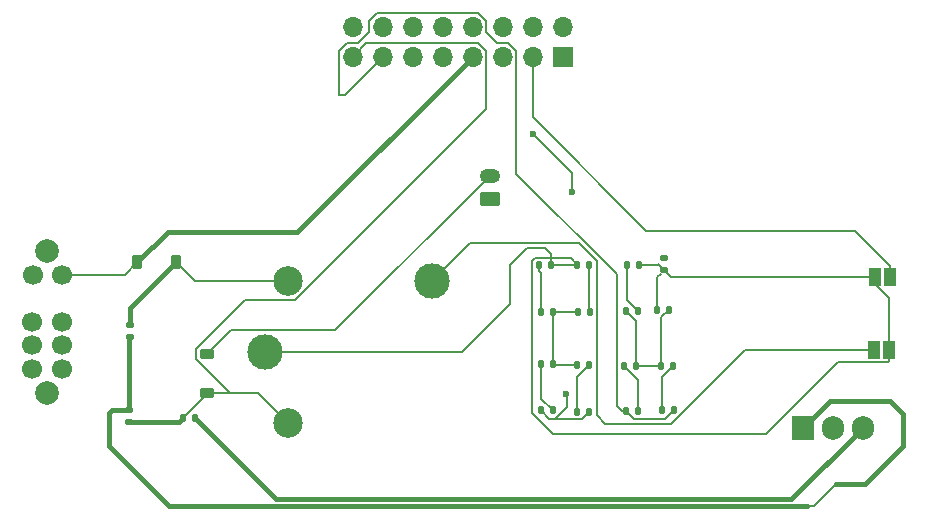
<source format=gbr>
%TF.GenerationSoftware,KiCad,Pcbnew,8.0.1*%
%TF.CreationDate,2024-03-24T23:16:52+02:00*%
%TF.ProjectId,KiCad,4b694361-642e-46b6-9963-61645f706362,rev?*%
%TF.SameCoordinates,Original*%
%TF.FileFunction,Copper,L1,Top*%
%TF.FilePolarity,Positive*%
%FSLAX46Y46*%
G04 Gerber Fmt 4.6, Leading zero omitted, Abs format (unit mm)*
G04 Created by KiCad (PCBNEW 8.0.1) date 2024-03-24 23:16:52*
%MOMM*%
%LPD*%
G01*
G04 APERTURE LIST*
G04 Aperture macros list*
%AMRoundRect*
0 Rectangle with rounded corners*
0 $1 Rounding radius*
0 $2 $3 $4 $5 $6 $7 $8 $9 X,Y pos of 4 corners*
0 Add a 4 corners polygon primitive as box body*
4,1,4,$2,$3,$4,$5,$6,$7,$8,$9,$2,$3,0*
0 Add four circle primitives for the rounded corners*
1,1,$1+$1,$2,$3*
1,1,$1+$1,$4,$5*
1,1,$1+$1,$6,$7*
1,1,$1+$1,$8,$9*
0 Add four rect primitives between the rounded corners*
20,1,$1+$1,$2,$3,$4,$5,0*
20,1,$1+$1,$4,$5,$6,$7,0*
20,1,$1+$1,$6,$7,$8,$9,0*
20,1,$1+$1,$8,$9,$2,$3,0*%
G04 Aperture macros list end*
%TA.AperFunction,SMDPad,CuDef*%
%ADD10RoundRect,0.135000X-0.135000X-0.185000X0.135000X-0.185000X0.135000X0.185000X-0.135000X0.185000X0*%
%TD*%
%TA.AperFunction,SMDPad,CuDef*%
%ADD11R,1.000000X1.500000*%
%TD*%
%TA.AperFunction,ComponentPad*%
%ADD12RoundRect,0.250000X0.625000X-0.350000X0.625000X0.350000X-0.625000X0.350000X-0.625000X-0.350000X0*%
%TD*%
%TA.AperFunction,ComponentPad*%
%ADD13O,1.750000X1.200000*%
%TD*%
%TA.AperFunction,SMDPad,CuDef*%
%ADD14RoundRect,0.135000X0.135000X0.185000X-0.135000X0.185000X-0.135000X-0.185000X0.135000X-0.185000X0*%
%TD*%
%TA.AperFunction,SMDPad,CuDef*%
%ADD15RoundRect,0.135000X-0.185000X0.135000X-0.185000X-0.135000X0.185000X-0.135000X0.185000X0.135000X0*%
%TD*%
%TA.AperFunction,ComponentPad*%
%ADD16R,1.905000X2.000000*%
%TD*%
%TA.AperFunction,ComponentPad*%
%ADD17O,1.905000X2.000000*%
%TD*%
%TA.AperFunction,SMDPad,CuDef*%
%ADD18RoundRect,0.225000X-0.375000X0.225000X-0.375000X-0.225000X0.375000X-0.225000X0.375000X0.225000X0*%
%TD*%
%TA.AperFunction,SMDPad,CuDef*%
%ADD19RoundRect,0.225000X-0.225000X-0.375000X0.225000X-0.375000X0.225000X0.375000X-0.225000X0.375000X0*%
%TD*%
%TA.AperFunction,ComponentPad*%
%ADD20C,3.000000*%
%TD*%
%TA.AperFunction,ComponentPad*%
%ADD21C,2.500000*%
%TD*%
%TA.AperFunction,ComponentPad*%
%ADD22R,1.700000X1.700000*%
%TD*%
%TA.AperFunction,ComponentPad*%
%ADD23O,1.700000X1.700000*%
%TD*%
%TA.AperFunction,ComponentPad*%
%ADD24C,1.700000*%
%TD*%
%TA.AperFunction,ComponentPad*%
%ADD25C,2.000000*%
%TD*%
%TA.AperFunction,ViaPad*%
%ADD26C,0.600000*%
%TD*%
%TA.AperFunction,Conductor*%
%ADD27C,0.200000*%
%TD*%
%TA.AperFunction,Conductor*%
%ADD28C,0.400000*%
%TD*%
G04 APERTURE END LIST*
D10*
%TO.P,R6,1*%
%TO.N,Net-(R5-Pad2)*%
X162810000Y-98704400D03*
%TO.P,R6,2*%
%TO.N,Net-(R16-Pad1)*%
X163830000Y-98704400D03*
%TD*%
%TO.P,R13,1*%
%TO.N,Net-(JP1-A)*%
X156053600Y-94894400D03*
%TO.P,R13,2*%
%TO.N,Net-(R13-Pad2)*%
X157073600Y-94894400D03*
%TD*%
D11*
%TO.P,JP2,1,A*%
%TO.N,Net-(JP2-A)*%
X181173600Y-102133400D03*
%TO.P,JP2,2,B*%
%TO.N,Net-(JP1-A)*%
X182473600Y-102133400D03*
%TD*%
D12*
%TO.P,B1,1,+*%
%TO.N,BATT+*%
X148629200Y-89366600D03*
D13*
%TO.P,B1,2,-*%
%TO.N,BATT-*%
X148629200Y-87366600D03*
%TD*%
D14*
%TO.P,R16,1*%
%TO.N,Net-(R16-Pad1)*%
X161063400Y-103454200D03*
%TO.P,R16,2*%
%TO.N,Net-(R16-Pad2)*%
X160043400Y-103454200D03*
%TD*%
%TO.P,R2,1*%
%TO.N,Net-(JP1-A)*%
X161290000Y-94919800D03*
%TO.P,R2,2*%
%TO.N,Net-(R2-Pad2)*%
X160270000Y-94919800D03*
%TD*%
D15*
%TO.P,R5,2*%
%TO.N,Net-(R5-Pad2)*%
X163392200Y-95379000D03*
%TO.P,R5,1*%
%TO.N,Net-(JP1-A)*%
X163392200Y-94359000D03*
%TD*%
D10*
%TO.P,R15,1*%
%TO.N,Net-(R10-Pad2)*%
X156028200Y-107365800D03*
%TO.P,R15,2*%
%TO.N,Motor2_A*%
X157048200Y-107365800D03*
%TD*%
D16*
%TO.P,Q1,1,B*%
%TO.N,Net-(Q1-B)*%
X175133000Y-108712000D03*
D17*
%TO.P,Q1,2,C*%
%TO.N,BATT-*%
X177673000Y-108712000D03*
%TO.P,Q1,3,E*%
%TO.N,Net-(Q1-E)*%
X180213000Y-108712000D03*
%TD*%
D10*
%TO.P,R19,1*%
%TO.N,Net-(R18-Pad2)*%
X163193000Y-107238800D03*
%TO.P,R19,2*%
%TO.N,Motor1_A*%
X164213000Y-107238800D03*
%TD*%
%TO.P,R10,1*%
%TO.N,Net-(R10-Pad1)*%
X156057600Y-103378000D03*
%TO.P,R10,2*%
%TO.N,Net-(R10-Pad2)*%
X157077600Y-103378000D03*
%TD*%
D11*
%TO.P,JP1,1,A*%
%TO.N,Net-(JP1-A)*%
X181275200Y-95986600D03*
%TO.P,JP1,2,B*%
%TO.N,5V-*%
X182575200Y-95986600D03*
%TD*%
D10*
%TO.P,R18,1*%
%TO.N,Net-(R16-Pad1)*%
X163163600Y-103454200D03*
%TO.P,R18,2*%
%TO.N,Net-(R18-Pad2)*%
X164183600Y-103454200D03*
%TD*%
D18*
%TO.P,D2,1,K*%
%TO.N,BATT-*%
X124713000Y-102464600D03*
%TO.P,D2,2,A*%
%TO.N,5V-*%
X124713000Y-105764600D03*
%TD*%
D19*
%TO.P,D1,1,K*%
%TO.N,BATT+*%
X118797800Y-94716600D03*
%TO.P,D1,2,A*%
%TO.N,5V+*%
X122097800Y-94716600D03*
%TD*%
D14*
%TO.P,R3,1*%
%TO.N,Net-(Q1-E)*%
X123723400Y-107899200D03*
%TO.P,R3,2*%
%TO.N,5V-*%
X122703400Y-107899200D03*
%TD*%
%TO.P,R11,1*%
%TO.N,Net-(JP1-A)*%
X153797000Y-94945200D03*
%TO.P,R11,2*%
%TO.N,Net-(R11-Pad2)*%
X152777000Y-94945200D03*
%TD*%
%TO.P,R9,1*%
%TO.N,Net-(R8-Pad2)*%
X153974800Y-107238800D03*
%TO.P,R9,2*%
%TO.N,Motor2_A*%
X152954800Y-107238800D03*
%TD*%
D10*
%TO.P,R12,1*%
%TO.N,Net-(R11-Pad2)*%
X152980200Y-98882200D03*
%TO.P,R12,2*%
%TO.N,Net-(R10-Pad1)*%
X154000200Y-98882200D03*
%TD*%
D14*
%TO.P,R17,1*%
%TO.N,Net-(R16-Pad2)*%
X161239200Y-107315000D03*
%TO.P,R17,2*%
%TO.N,Motor1_A*%
X160219200Y-107315000D03*
%TD*%
%TO.P,R8,1*%
%TO.N,Net-(R10-Pad1)*%
X154004200Y-103327200D03*
%TO.P,R8,2*%
%TO.N,Net-(R8-Pad2)*%
X152984200Y-103327200D03*
%TD*%
D20*
%TO.P,K1,1*%
%TO.N,Net-(JP1-A)*%
X129589400Y-102266000D03*
D21*
%TO.P,K1,2*%
%TO.N,5V-*%
X131539400Y-108316000D03*
D20*
%TO.P,K1,4*%
%TO.N,Net-(JP2-A)*%
X143789400Y-96266000D03*
D21*
%TO.P,K1,5*%
%TO.N,5V+*%
X131539400Y-96316000D03*
%TD*%
D15*
%TO.P,R7,1*%
%TO.N,Net-(Q1-B)*%
X118135400Y-107234800D03*
%TO.P,R7,2*%
%TO.N,5V-*%
X118135400Y-108254800D03*
%TD*%
D14*
%TO.P,R14,1*%
%TO.N,Net-(R13-Pad2)*%
X157124400Y-98882200D03*
%TO.P,R14,2*%
%TO.N,Net-(R10-Pad1)*%
X156104400Y-98882200D03*
%TD*%
D22*
%TO.P,J1,1,Pin_1*%
%TO.N,Motor2_A*%
X154813000Y-77292200D03*
D23*
%TO.P,J1,2,Pin_2*%
%TO.N,PC6-9*%
X154813000Y-74752200D03*
%TO.P,J1,3,Pin_3*%
%TO.N,5V-*%
X152273000Y-77292200D03*
%TO.P,J1,4,Pin_4*%
%TO.N,PC6-9*%
X152273000Y-74752200D03*
%TO.P,J1,5,Pin_5*%
%TO.N,5V-*%
X149733000Y-77292200D03*
%TO.P,J1,6,Pin_6*%
X149733000Y-74752200D03*
%TO.P,J1,7,Pin_7*%
%TO.N,BATT+*%
X147193000Y-77292200D03*
%TO.P,J1,8,Pin_8*%
%TO.N,BATT-*%
X147193000Y-74752200D03*
%TO.P,J1,9,Pin_9*%
%TO.N,PD7*%
X144653000Y-77292200D03*
%TO.P,J1,10,Pin_10*%
%TO.N,BATT+*%
X144653000Y-74752200D03*
%TO.P,J1,11,Pin_11*%
%TO.N,5V+*%
X142113000Y-77292200D03*
%TO.P,J1,12,Pin_12*%
%TO.N,5V-*%
X142113000Y-74752200D03*
%TO.P,J1,13,Pin_13*%
%TO.N,Motor1_A*%
X139573000Y-77292200D03*
%TO.P,J1,14,Pin_14*%
%TO.N,PC6-9*%
X139573000Y-74752200D03*
%TO.P,J1,15,Pin_15*%
%TO.N,5V-*%
X137033000Y-77292200D03*
%TO.P,J1,16,Pin_16*%
%TO.N,PC6-9*%
X137033000Y-74752200D03*
%TD*%
D24*
%TO.P,SW1,8*%
%TO.N,unconnected-(SW1-Pad8)*%
X112401200Y-103740200D03*
%TO.P,SW1,7*%
%TO.N,Net-(JP2-A)*%
X112401200Y-101740200D03*
%TO.P,SW1,6*%
%TO.N,unconnected-(SW1-Pad6)*%
X112451200Y-99740200D03*
%TO.P,SW1,5*%
%TO.N,BATT+*%
X112451200Y-95740200D03*
%TO.P,SW1,4*%
%TO.N,unconnected-(SW1-Pad4)*%
X109901200Y-103740200D03*
%TO.P,SW1,3*%
%TO.N,unconnected-(SW1-Pad3)*%
X109901200Y-101740200D03*
%TO.P,SW1,2*%
%TO.N,unconnected-(SW1-Pad2)*%
X109901200Y-99740200D03*
%TO.P,SW1,1*%
%TO.N,unconnected-(SW1-Pad1)*%
X109951200Y-95740200D03*
D25*
%TO.P,SW1,*%
%TO.N,*%
X111201200Y-105740200D03*
X111201200Y-93740200D03*
%TD*%
D14*
%TO.P,R4,1*%
%TO.N,Net-(R2-Pad2)*%
X161213800Y-98831400D03*
%TO.P,R4,2*%
%TO.N,Net-(R16-Pad1)*%
X160193800Y-98831400D03*
%TD*%
D15*
%TO.P,R1,1*%
%TO.N,5V+*%
X118211600Y-100023200D03*
%TO.P,R1,2*%
%TO.N,Net-(Q1-B)*%
X118211600Y-101043200D03*
%TD*%
D26*
%TO.N,Motor2_A*%
X152323800Y-83870800D03*
X155625800Y-88722200D03*
X155067000Y-105892600D03*
%TD*%
D27*
%TO.N,Motor2_A*%
X155625800Y-87172800D02*
X152323800Y-83870800D01*
X155625800Y-88722200D02*
X155625800Y-87172800D01*
X155168600Y-105994200D02*
X155067000Y-105892600D01*
X155168600Y-106983924D02*
X155168600Y-105994200D01*
X154169648Y-107982876D02*
X155168600Y-106983924D01*
X153698876Y-107982876D02*
X154169648Y-107982876D01*
X152954800Y-107238800D02*
X153698876Y-107982876D01*
%TO.N,Net-(R5-Pad2)*%
X162810000Y-98704400D02*
X162810000Y-95961200D01*
X162810000Y-95961200D02*
X163109357Y-95661843D01*
D28*
%TO.N,5V+*%
X118211600Y-100023200D02*
X118211600Y-98602800D01*
X118211600Y-98602800D02*
X122097800Y-94716600D01*
D27*
X123697200Y-96316000D02*
X122097800Y-94716600D01*
X131539400Y-96316000D02*
X123697200Y-96316000D01*
D28*
%TO.N,BATT+*%
X121374400Y-92140000D02*
X132345200Y-92140000D01*
X118797800Y-94716600D02*
X121374400Y-92140000D01*
X132345200Y-92140000D02*
X147193000Y-77292200D01*
D27*
X112451200Y-95740200D02*
X117774200Y-95740200D01*
X117774200Y-95740200D02*
X118797800Y-94716600D01*
D28*
%TO.N,5V-*%
X118135400Y-108254800D02*
X122347800Y-108254800D01*
D27*
X128988000Y-105764600D02*
X126664304Y-105764600D01*
X148343000Y-81704432D02*
X148343000Y-76815854D01*
D28*
X122347800Y-108254800D02*
X122703400Y-107899200D01*
D27*
X138183000Y-76142200D02*
X137033000Y-77292200D01*
X123813000Y-102913296D02*
X123813000Y-102015904D01*
X179578600Y-92040000D02*
X161879672Y-92040000D01*
X132181432Y-97866000D02*
X148343000Y-81704432D01*
X182575200Y-95986600D02*
X182575200Y-95036600D01*
X128988000Y-105764600D02*
X131539400Y-108316000D01*
X123813000Y-102015904D02*
X127962904Y-97866000D01*
X124713000Y-105889600D02*
X122703400Y-107899200D01*
X126664304Y-105764600D02*
X123813000Y-102913296D01*
X152273000Y-82433328D02*
X152273000Y-77292200D01*
X148343000Y-76815854D02*
X147669346Y-76142200D01*
X147669346Y-76142200D02*
X138183000Y-76142200D01*
X124713000Y-105764600D02*
X128988000Y-105764600D01*
X182575200Y-95036600D02*
X179578600Y-92040000D01*
X124713000Y-105764600D02*
X124713000Y-105889600D01*
X161879672Y-92040000D02*
X152273000Y-82433328D01*
X127962904Y-97866000D02*
X132181432Y-97866000D01*
%TO.N,BATT-*%
X126711600Y-100466000D02*
X135529800Y-100466000D01*
X135529800Y-100466000D02*
X148629200Y-87366600D01*
X124713000Y-102464600D02*
X126711600Y-100466000D01*
%TO.N,Motor2_A*%
X152954800Y-107238800D02*
X153701800Y-107985800D01*
X156428200Y-107985800D02*
X157048200Y-107365800D01*
X153701800Y-107985800D02*
X156428200Y-107985800D01*
%TO.N,Motor1_A*%
X139573000Y-77292200D02*
X136350106Y-80515094D01*
X159410400Y-106908600D02*
X159816800Y-107315000D01*
X139096654Y-73602200D02*
X147669346Y-73602200D01*
X159410400Y-95726591D02*
X159410400Y-106908600D01*
X160219200Y-107315000D02*
X160839200Y-107935000D01*
X138423000Y-75228546D02*
X138423000Y-74275854D01*
X150883000Y-87199191D02*
X159410400Y-95726591D01*
X149256654Y-76142200D02*
X150209346Y-76142200D01*
X150883000Y-76815854D02*
X150883000Y-87199191D01*
X135883000Y-76815854D02*
X136556654Y-76142200D01*
X135883000Y-80515094D02*
X135883000Y-76815854D01*
X148343000Y-75228546D02*
X149256654Y-76142200D01*
X150209346Y-76142200D02*
X150883000Y-76815854D01*
X136556654Y-76142200D02*
X137509346Y-76142200D01*
X160839200Y-107935000D02*
X163516800Y-107935000D01*
X136350106Y-80515094D02*
X135883000Y-80515094D01*
X159816800Y-107315000D02*
X160219200Y-107315000D01*
X163516800Y-107935000D02*
X164213000Y-107238800D01*
X147669346Y-73602200D02*
X148343000Y-74275854D01*
X137509346Y-76142200D02*
X138423000Y-75228546D01*
X148343000Y-74275854D02*
X148343000Y-75228546D01*
X138423000Y-74275854D02*
X139096654Y-73602200D01*
%TO.N,Net-(JP1-A)*%
X162831400Y-94919800D02*
X162882200Y-94869000D01*
X153797000Y-93980000D02*
X153289000Y-93472000D01*
X181275200Y-96536600D02*
X181275200Y-95986600D01*
X156053600Y-94894400D02*
X155484400Y-94325200D01*
X178109100Y-103183400D02*
X182373600Y-103183400D01*
X182473600Y-97735000D02*
X181275200Y-96536600D01*
X152458076Y-94325200D02*
X152207000Y-94576276D01*
X146298400Y-102266000D02*
X129589400Y-102266000D01*
X156053600Y-94894400D02*
X153847800Y-94894400D01*
X150368000Y-94919800D02*
X150368000Y-98196400D01*
X153997076Y-109220000D02*
X172072500Y-109220000D01*
X155484400Y-94325200D02*
X152458076Y-94325200D01*
X163999800Y-95986600D02*
X162882200Y-94869000D01*
X161290000Y-94919800D02*
X162831400Y-94919800D01*
X151815800Y-93472000D02*
X150368000Y-94919800D01*
X182473600Y-102133400D02*
X182473600Y-97735000D01*
X182373600Y-103183400D02*
X182473600Y-103083400D01*
X172072500Y-109220000D02*
X178109100Y-103183400D01*
X153797000Y-94945200D02*
X153797000Y-93980000D01*
X150368000Y-98196400D02*
X146298400Y-102266000D01*
X152207000Y-107429924D02*
X153997076Y-109220000D01*
X152207000Y-94576276D02*
X152207000Y-107429924D01*
X153289000Y-93472000D02*
X151815800Y-93472000D01*
X153847800Y-94894400D02*
X153797000Y-94945200D01*
X181275200Y-95986600D02*
X163999800Y-95986600D01*
X182473600Y-103083400D02*
X182473600Y-102133400D01*
%TO.N,Net-(JP2-A)*%
X157694400Y-107658524D02*
X157694400Y-94576276D01*
X158421676Y-108385800D02*
X157694400Y-107658524D01*
X157694400Y-94576276D02*
X156190124Y-93072000D01*
X164004924Y-108385800D02*
X158421676Y-108385800D01*
X156190124Y-93072000D02*
X146983400Y-93072000D01*
X170257324Y-102133400D02*
X164004924Y-108385800D01*
X181173600Y-102133400D02*
X170257324Y-102133400D01*
X146983400Y-93072000D02*
X143789400Y-96266000D01*
D28*
%TO.N,Net-(Q1-E)*%
X123723400Y-107899200D02*
X130581400Y-114757200D01*
X130581400Y-114757200D02*
X174167800Y-114757200D01*
X174167800Y-114757200D02*
X180213000Y-108712000D01*
%TO.N,Net-(Q1-B)*%
X177419000Y-106426000D02*
X182575200Y-106426000D01*
X175133000Y-108712000D02*
X177419000Y-106426000D01*
X116666200Y-107234800D02*
X118135400Y-107234800D01*
D27*
X176057000Y-115357200D02*
X177952259Y-113461941D01*
D28*
X118135400Y-107234800D02*
X118135400Y-101119400D01*
X180441600Y-113461941D02*
X177952259Y-113461941D01*
X182575200Y-106426000D02*
X183667400Y-107518200D01*
X183667400Y-110236141D02*
X180441600Y-113461941D01*
X175528024Y-115357200D02*
X121529400Y-115357200D01*
D27*
X175528024Y-115357200D02*
X176057000Y-115357200D01*
D28*
X116408200Y-110236000D02*
X116408200Y-107492800D01*
X121529400Y-115357200D02*
X116408200Y-110236000D01*
X118135400Y-101119400D02*
X118211600Y-101043200D01*
X183667400Y-107518200D02*
X183667400Y-110236141D01*
X116408200Y-107492800D02*
X116666200Y-107234800D01*
D27*
%TO.N,Net-(R2-Pad2)*%
X160270000Y-97887600D02*
X161213800Y-98831400D01*
X160270000Y-94919800D02*
X160270000Y-97887600D01*
%TO.N,Net-(R16-Pad1)*%
X161063400Y-103454200D02*
X161063400Y-99701000D01*
X163163600Y-103454200D02*
X161063400Y-103454200D01*
X161063400Y-99701000D02*
X160193800Y-98831400D01*
X163163600Y-99370800D02*
X163830000Y-98704400D01*
X163163600Y-103454200D02*
X163163600Y-99370800D01*
%TO.N,Net-(R10-Pad1)*%
X154000200Y-103323200D02*
X154004200Y-103327200D01*
X156057600Y-103378000D02*
X154055000Y-103378000D01*
X154055000Y-103378000D02*
X154004200Y-103327200D01*
X154000200Y-98882200D02*
X156104400Y-98882200D01*
X154000200Y-98882200D02*
X154000200Y-103323200D01*
%TO.N,Net-(R8-Pad2)*%
X152984200Y-106248200D02*
X153974800Y-107238800D01*
X152984200Y-103327200D02*
X152984200Y-106248200D01*
%TO.N,Net-(R10-Pad2)*%
X156028200Y-107365800D02*
X156028200Y-104427400D01*
X156028200Y-104427400D02*
X157077600Y-103378000D01*
%TO.N,Net-(R11-Pad2)*%
X152980200Y-95627000D02*
X152777000Y-95423800D01*
X152777000Y-95423800D02*
X152777000Y-94945200D01*
X152980200Y-98882200D02*
X152980200Y-95627000D01*
%TO.N,Net-(R13-Pad2)*%
X157073600Y-98831400D02*
X157124400Y-98882200D01*
X157073600Y-94894400D02*
X157073600Y-98831400D01*
%TO.N,Net-(R16-Pad2)*%
X161239200Y-104650000D02*
X160043400Y-103454200D01*
X161239200Y-107315000D02*
X161239200Y-104650000D01*
%TO.N,Net-(R18-Pad2)*%
X163193000Y-104444800D02*
X164183600Y-103454200D01*
X163193000Y-107238800D02*
X163193000Y-104444800D01*
%TD*%
M02*

</source>
